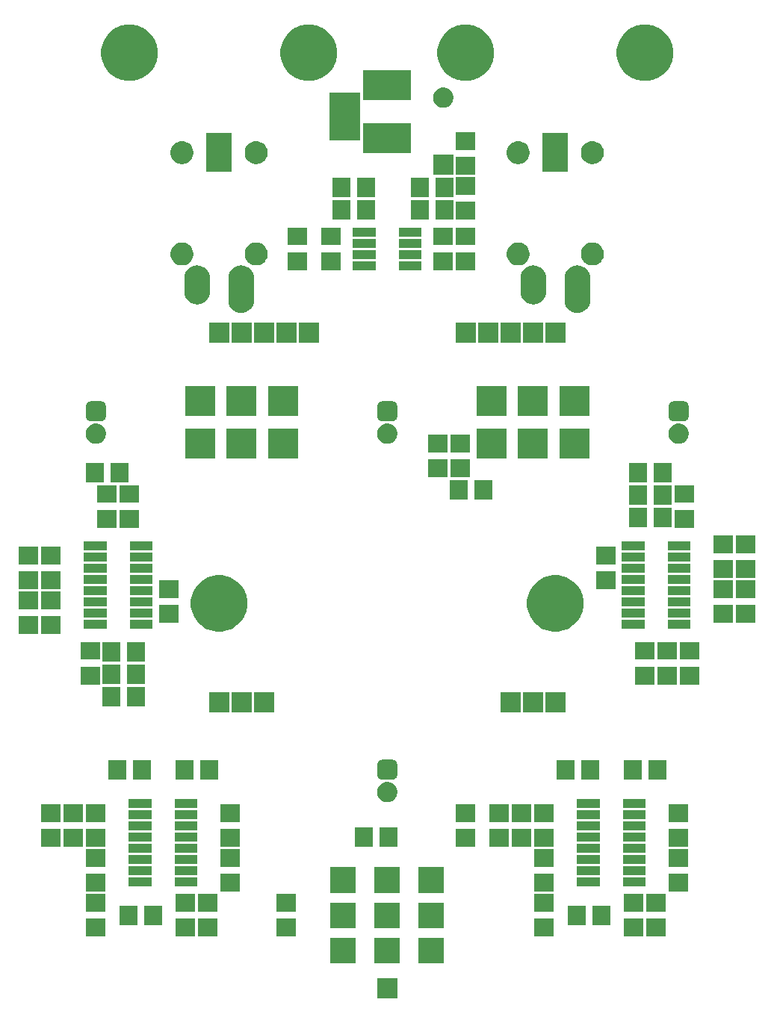
<source format=gbr>
G04 #@! TF.GenerationSoftware,KiCad,Pcbnew,5.1.6-c6e7f7d~87~ubuntu19.10.1*
G04 #@! TF.CreationDate,2021-08-21T16:07:25+06:00*
G04 #@! TF.ProjectId,salty_phaser_r1a,73616c74-795f-4706-9861-7365725f7231,1A*
G04 #@! TF.SameCoordinates,Original*
G04 #@! TF.FileFunction,Soldermask,Top*
G04 #@! TF.FilePolarity,Negative*
%FSLAX46Y46*%
G04 Gerber Fmt 4.6, Leading zero omitted, Abs format (unit mm)*
G04 Created by KiCad (PCBNEW 5.1.6-c6e7f7d~87~ubuntu19.10.1) date 2021-08-21 16:07:25*
%MOMM*%
%LPD*%
G01*
G04 APERTURE LIST*
%ADD10C,0.100000*%
G04 APERTURE END LIST*
D10*
G36*
X106560000Y-203715000D02*
G01*
X104260000Y-203715000D01*
X104260000Y-201415000D01*
X106560000Y-201415000D01*
X106560000Y-203715000D01*
G37*
G36*
X111860000Y-199760000D02*
G01*
X108960000Y-199760000D01*
X108960000Y-196860000D01*
X111860000Y-196860000D01*
X111860000Y-199760000D01*
G37*
G36*
X106860000Y-199760000D02*
G01*
X103960000Y-199760000D01*
X103960000Y-196860000D01*
X106860000Y-196860000D01*
X106860000Y-199760000D01*
G37*
G36*
X101860000Y-199760000D02*
G01*
X98960000Y-199760000D01*
X98960000Y-196860000D01*
X101860000Y-196860000D01*
X101860000Y-199760000D01*
G37*
G36*
X95080000Y-196710000D02*
G01*
X92880000Y-196710000D01*
X92880000Y-194710000D01*
X95080000Y-194710000D01*
X95080000Y-196710000D01*
G37*
G36*
X136990000Y-196710000D02*
G01*
X134790000Y-196710000D01*
X134790000Y-194710000D01*
X136990000Y-194710000D01*
X136990000Y-196710000D01*
G37*
G36*
X134450000Y-196710000D02*
G01*
X132250000Y-196710000D01*
X132250000Y-194710000D01*
X134450000Y-194710000D01*
X134450000Y-196710000D01*
G37*
G36*
X83650000Y-196710000D02*
G01*
X81450000Y-196710000D01*
X81450000Y-194710000D01*
X83650000Y-194710000D01*
X83650000Y-196710000D01*
G37*
G36*
X86190000Y-196710000D02*
G01*
X83990000Y-196710000D01*
X83990000Y-194710000D01*
X86190000Y-194710000D01*
X86190000Y-196710000D01*
G37*
G36*
X73490000Y-196710000D02*
G01*
X71290000Y-196710000D01*
X71290000Y-194710000D01*
X73490000Y-194710000D01*
X73490000Y-196710000D01*
G37*
G36*
X124290000Y-196710000D02*
G01*
X122090000Y-196710000D01*
X122090000Y-194710000D01*
X124290000Y-194710000D01*
X124290000Y-196710000D01*
G37*
G36*
X111860000Y-195760000D02*
G01*
X108960000Y-195760000D01*
X108960000Y-192860000D01*
X111860000Y-192860000D01*
X111860000Y-195760000D01*
G37*
G36*
X106860000Y-195760000D02*
G01*
X103960000Y-195760000D01*
X103960000Y-192860000D01*
X106860000Y-192860000D01*
X106860000Y-195760000D01*
G37*
G36*
X101860000Y-195760000D02*
G01*
X98960000Y-195760000D01*
X98960000Y-192860000D01*
X101860000Y-192860000D01*
X101860000Y-195760000D01*
G37*
G36*
X130670000Y-195410000D02*
G01*
X128670000Y-195410000D01*
X128670000Y-193210000D01*
X130670000Y-193210000D01*
X130670000Y-195410000D01*
G37*
G36*
X127870000Y-195410000D02*
G01*
X125870000Y-195410000D01*
X125870000Y-193210000D01*
X127870000Y-193210000D01*
X127870000Y-195410000D01*
G37*
G36*
X77070000Y-195410000D02*
G01*
X75070000Y-195410000D01*
X75070000Y-193210000D01*
X77070000Y-193210000D01*
X77070000Y-195410000D01*
G37*
G36*
X79870000Y-195410000D02*
G01*
X77870000Y-195410000D01*
X77870000Y-193210000D01*
X79870000Y-193210000D01*
X79870000Y-195410000D01*
G37*
G36*
X83650000Y-193910000D02*
G01*
X81450000Y-193910000D01*
X81450000Y-191910000D01*
X83650000Y-191910000D01*
X83650000Y-193910000D01*
G37*
G36*
X86190000Y-193910000D02*
G01*
X83990000Y-193910000D01*
X83990000Y-191910000D01*
X86190000Y-191910000D01*
X86190000Y-193910000D01*
G37*
G36*
X124290000Y-193910000D02*
G01*
X122090000Y-193910000D01*
X122090000Y-191910000D01*
X124290000Y-191910000D01*
X124290000Y-193910000D01*
G37*
G36*
X73490000Y-193910000D02*
G01*
X71290000Y-193910000D01*
X71290000Y-191910000D01*
X73490000Y-191910000D01*
X73490000Y-193910000D01*
G37*
G36*
X134450000Y-193910000D02*
G01*
X132250000Y-193910000D01*
X132250000Y-191910000D01*
X134450000Y-191910000D01*
X134450000Y-193910000D01*
G37*
G36*
X136990000Y-193910000D02*
G01*
X134790000Y-193910000D01*
X134790000Y-191910000D01*
X136990000Y-191910000D01*
X136990000Y-193910000D01*
G37*
G36*
X95080000Y-193910000D02*
G01*
X92880000Y-193910000D01*
X92880000Y-191910000D01*
X95080000Y-191910000D01*
X95080000Y-193910000D01*
G37*
G36*
X101860000Y-191760000D02*
G01*
X98960000Y-191760000D01*
X98960000Y-188860000D01*
X101860000Y-188860000D01*
X101860000Y-191760000D01*
G37*
G36*
X106860000Y-191760000D02*
G01*
X103960000Y-191760000D01*
X103960000Y-188860000D01*
X106860000Y-188860000D01*
X106860000Y-191760000D01*
G37*
G36*
X111860000Y-191760000D02*
G01*
X108960000Y-191760000D01*
X108960000Y-188860000D01*
X111860000Y-188860000D01*
X111860000Y-191760000D01*
G37*
G36*
X88730000Y-191630000D02*
G01*
X86530000Y-191630000D01*
X86530000Y-189630000D01*
X88730000Y-189630000D01*
X88730000Y-191630000D01*
G37*
G36*
X73490000Y-191630000D02*
G01*
X71290000Y-191630000D01*
X71290000Y-189630000D01*
X73490000Y-189630000D01*
X73490000Y-191630000D01*
G37*
G36*
X124290000Y-191630000D02*
G01*
X122090000Y-191630000D01*
X122090000Y-189630000D01*
X124290000Y-189630000D01*
X124290000Y-191630000D01*
G37*
G36*
X139530000Y-191630000D02*
G01*
X137330000Y-191630000D01*
X137330000Y-189630000D01*
X139530000Y-189630000D01*
X139530000Y-191630000D01*
G37*
G36*
X134710000Y-191000000D02*
G01*
X132110000Y-191000000D01*
X132110000Y-190000000D01*
X134710000Y-190000000D01*
X134710000Y-191000000D01*
G37*
G36*
X129510000Y-191000000D02*
G01*
X126910000Y-191000000D01*
X126910000Y-190000000D01*
X129510000Y-190000000D01*
X129510000Y-191000000D01*
G37*
G36*
X83910000Y-191000000D02*
G01*
X81310000Y-191000000D01*
X81310000Y-190000000D01*
X83910000Y-190000000D01*
X83910000Y-191000000D01*
G37*
G36*
X78710000Y-191000000D02*
G01*
X76110000Y-191000000D01*
X76110000Y-190000000D01*
X78710000Y-190000000D01*
X78710000Y-191000000D01*
G37*
G36*
X129510000Y-189730000D02*
G01*
X126910000Y-189730000D01*
X126910000Y-188730000D01*
X129510000Y-188730000D01*
X129510000Y-189730000D01*
G37*
G36*
X134710000Y-189730000D02*
G01*
X132110000Y-189730000D01*
X132110000Y-188730000D01*
X134710000Y-188730000D01*
X134710000Y-189730000D01*
G37*
G36*
X83910000Y-189730000D02*
G01*
X81310000Y-189730000D01*
X81310000Y-188730000D01*
X83910000Y-188730000D01*
X83910000Y-189730000D01*
G37*
G36*
X78710000Y-189730000D02*
G01*
X76110000Y-189730000D01*
X76110000Y-188730000D01*
X78710000Y-188730000D01*
X78710000Y-189730000D01*
G37*
G36*
X139530000Y-188830000D02*
G01*
X137330000Y-188830000D01*
X137330000Y-186830000D01*
X139530000Y-186830000D01*
X139530000Y-188830000D01*
G37*
G36*
X88730000Y-188830000D02*
G01*
X86530000Y-188830000D01*
X86530000Y-186830000D01*
X88730000Y-186830000D01*
X88730000Y-188830000D01*
G37*
G36*
X124290000Y-188830000D02*
G01*
X122090000Y-188830000D01*
X122090000Y-186830000D01*
X124290000Y-186830000D01*
X124290000Y-188830000D01*
G37*
G36*
X73490000Y-188830000D02*
G01*
X71290000Y-188830000D01*
X71290000Y-186830000D01*
X73490000Y-186830000D01*
X73490000Y-188830000D01*
G37*
G36*
X129510000Y-188460000D02*
G01*
X126910000Y-188460000D01*
X126910000Y-187460000D01*
X129510000Y-187460000D01*
X129510000Y-188460000D01*
G37*
G36*
X78710000Y-188460000D02*
G01*
X76110000Y-188460000D01*
X76110000Y-187460000D01*
X78710000Y-187460000D01*
X78710000Y-188460000D01*
G37*
G36*
X83910000Y-188460000D02*
G01*
X81310000Y-188460000D01*
X81310000Y-187460000D01*
X83910000Y-187460000D01*
X83910000Y-188460000D01*
G37*
G36*
X134710000Y-188460000D02*
G01*
X132110000Y-188460000D01*
X132110000Y-187460000D01*
X134710000Y-187460000D01*
X134710000Y-188460000D01*
G37*
G36*
X83910000Y-187190000D02*
G01*
X81310000Y-187190000D01*
X81310000Y-186190000D01*
X83910000Y-186190000D01*
X83910000Y-187190000D01*
G37*
G36*
X78710000Y-187190000D02*
G01*
X76110000Y-187190000D01*
X76110000Y-186190000D01*
X78710000Y-186190000D01*
X78710000Y-187190000D01*
G37*
G36*
X134710000Y-187190000D02*
G01*
X132110000Y-187190000D01*
X132110000Y-186190000D01*
X134710000Y-186190000D01*
X134710000Y-187190000D01*
G37*
G36*
X129510000Y-187190000D02*
G01*
X126910000Y-187190000D01*
X126910000Y-186190000D01*
X129510000Y-186190000D01*
X129510000Y-187190000D01*
G37*
G36*
X88730000Y-186550000D02*
G01*
X86530000Y-186550000D01*
X86530000Y-184550000D01*
X88730000Y-184550000D01*
X88730000Y-186550000D01*
G37*
G36*
X73490000Y-186550000D02*
G01*
X71290000Y-186550000D01*
X71290000Y-184550000D01*
X73490000Y-184550000D01*
X73490000Y-186550000D01*
G37*
G36*
X115400000Y-186550000D02*
G01*
X113200000Y-186550000D01*
X113200000Y-184550000D01*
X115400000Y-184550000D01*
X115400000Y-186550000D01*
G37*
G36*
X119210000Y-186550000D02*
G01*
X117010000Y-186550000D01*
X117010000Y-184550000D01*
X119210000Y-184550000D01*
X119210000Y-186550000D01*
G37*
G36*
X70950000Y-186550000D02*
G01*
X68750000Y-186550000D01*
X68750000Y-184550000D01*
X70950000Y-184550000D01*
X70950000Y-186550000D01*
G37*
G36*
X121750000Y-186550000D02*
G01*
X119550000Y-186550000D01*
X119550000Y-184550000D01*
X121750000Y-184550000D01*
X121750000Y-186550000D01*
G37*
G36*
X68410000Y-186550000D02*
G01*
X66210000Y-186550000D01*
X66210000Y-184550000D01*
X68410000Y-184550000D01*
X68410000Y-186550000D01*
G37*
G36*
X124290000Y-186550000D02*
G01*
X122090000Y-186550000D01*
X122090000Y-184550000D01*
X124290000Y-184550000D01*
X124290000Y-186550000D01*
G37*
G36*
X139530000Y-186550000D02*
G01*
X137330000Y-186550000D01*
X137330000Y-184550000D01*
X139530000Y-184550000D01*
X139530000Y-186550000D01*
G37*
G36*
X106540000Y-186520000D02*
G01*
X104540000Y-186520000D01*
X104540000Y-184320000D01*
X106540000Y-184320000D01*
X106540000Y-186520000D01*
G37*
G36*
X103740000Y-186520000D02*
G01*
X101740000Y-186520000D01*
X101740000Y-184320000D01*
X103740000Y-184320000D01*
X103740000Y-186520000D01*
G37*
G36*
X134710000Y-185920000D02*
G01*
X132110000Y-185920000D01*
X132110000Y-184920000D01*
X134710000Y-184920000D01*
X134710000Y-185920000D01*
G37*
G36*
X129510000Y-185920000D02*
G01*
X126910000Y-185920000D01*
X126910000Y-184920000D01*
X129510000Y-184920000D01*
X129510000Y-185920000D01*
G37*
G36*
X83910000Y-185920000D02*
G01*
X81310000Y-185920000D01*
X81310000Y-184920000D01*
X83910000Y-184920000D01*
X83910000Y-185920000D01*
G37*
G36*
X78710000Y-185920000D02*
G01*
X76110000Y-185920000D01*
X76110000Y-184920000D01*
X78710000Y-184920000D01*
X78710000Y-185920000D01*
G37*
G36*
X83910000Y-184650000D02*
G01*
X81310000Y-184650000D01*
X81310000Y-183650000D01*
X83910000Y-183650000D01*
X83910000Y-184650000D01*
G37*
G36*
X129510000Y-184650000D02*
G01*
X126910000Y-184650000D01*
X126910000Y-183650000D01*
X129510000Y-183650000D01*
X129510000Y-184650000D01*
G37*
G36*
X134710000Y-184650000D02*
G01*
X132110000Y-184650000D01*
X132110000Y-183650000D01*
X134710000Y-183650000D01*
X134710000Y-184650000D01*
G37*
G36*
X78710000Y-184650000D02*
G01*
X76110000Y-184650000D01*
X76110000Y-183650000D01*
X78710000Y-183650000D01*
X78710000Y-184650000D01*
G37*
G36*
X139530000Y-183750000D02*
G01*
X137330000Y-183750000D01*
X137330000Y-181750000D01*
X139530000Y-181750000D01*
X139530000Y-183750000D01*
G37*
G36*
X119210000Y-183750000D02*
G01*
X117010000Y-183750000D01*
X117010000Y-181750000D01*
X119210000Y-181750000D01*
X119210000Y-183750000D01*
G37*
G36*
X68410000Y-183750000D02*
G01*
X66210000Y-183750000D01*
X66210000Y-181750000D01*
X68410000Y-181750000D01*
X68410000Y-183750000D01*
G37*
G36*
X73490000Y-183750000D02*
G01*
X71290000Y-183750000D01*
X71290000Y-181750000D01*
X73490000Y-181750000D01*
X73490000Y-183750000D01*
G37*
G36*
X121750000Y-183750000D02*
G01*
X119550000Y-183750000D01*
X119550000Y-181750000D01*
X121750000Y-181750000D01*
X121750000Y-183750000D01*
G37*
G36*
X115400000Y-183750000D02*
G01*
X113200000Y-183750000D01*
X113200000Y-181750000D01*
X115400000Y-181750000D01*
X115400000Y-183750000D01*
G37*
G36*
X88730000Y-183750000D02*
G01*
X86530000Y-183750000D01*
X86530000Y-181750000D01*
X88730000Y-181750000D01*
X88730000Y-183750000D01*
G37*
G36*
X70950000Y-183750000D02*
G01*
X68750000Y-183750000D01*
X68750000Y-181750000D01*
X70950000Y-181750000D01*
X70950000Y-183750000D01*
G37*
G36*
X124290000Y-183750000D02*
G01*
X122090000Y-183750000D01*
X122090000Y-181750000D01*
X124290000Y-181750000D01*
X124290000Y-183750000D01*
G37*
G36*
X78710000Y-183380000D02*
G01*
X76110000Y-183380000D01*
X76110000Y-182380000D01*
X78710000Y-182380000D01*
X78710000Y-183380000D01*
G37*
G36*
X83910000Y-183380000D02*
G01*
X81310000Y-183380000D01*
X81310000Y-182380000D01*
X83910000Y-182380000D01*
X83910000Y-183380000D01*
G37*
G36*
X134710000Y-183380000D02*
G01*
X132110000Y-183380000D01*
X132110000Y-182380000D01*
X134710000Y-182380000D01*
X134710000Y-183380000D01*
G37*
G36*
X129510000Y-183380000D02*
G01*
X126910000Y-183380000D01*
X126910000Y-182380000D01*
X129510000Y-182380000D01*
X129510000Y-183380000D01*
G37*
G36*
X83910000Y-182110000D02*
G01*
X81310000Y-182110000D01*
X81310000Y-181110000D01*
X83910000Y-181110000D01*
X83910000Y-182110000D01*
G37*
G36*
X78710000Y-182110000D02*
G01*
X76110000Y-182110000D01*
X76110000Y-181110000D01*
X78710000Y-181110000D01*
X78710000Y-182110000D01*
G37*
G36*
X129510000Y-182110000D02*
G01*
X126910000Y-182110000D01*
X126910000Y-181110000D01*
X129510000Y-181110000D01*
X129510000Y-182110000D01*
G37*
G36*
X134710000Y-182110000D02*
G01*
X132110000Y-182110000D01*
X132110000Y-181110000D01*
X134710000Y-181110000D01*
X134710000Y-182110000D01*
G37*
G36*
X105634354Y-179212097D02*
G01*
X105745443Y-179234194D01*
X105868039Y-179284976D01*
X105954728Y-179320883D01*
X106143081Y-179446736D01*
X106303264Y-179606919D01*
X106429117Y-179795272D01*
X106465024Y-179881961D01*
X106515806Y-180004557D01*
X106560000Y-180226735D01*
X106560000Y-180453265D01*
X106515806Y-180675443D01*
X106465024Y-180798039D01*
X106429117Y-180884728D01*
X106303264Y-181073081D01*
X106143081Y-181233264D01*
X105954728Y-181359117D01*
X105868039Y-181395024D01*
X105745443Y-181445806D01*
X105634354Y-181467903D01*
X105523267Y-181490000D01*
X105296733Y-181490000D01*
X105185646Y-181467903D01*
X105074557Y-181445806D01*
X104951961Y-181395024D01*
X104865272Y-181359117D01*
X104676919Y-181233264D01*
X104516736Y-181073081D01*
X104390883Y-180884728D01*
X104354976Y-180798039D01*
X104304194Y-180675443D01*
X104260000Y-180453265D01*
X104260000Y-180226735D01*
X104304194Y-180004557D01*
X104354976Y-179881961D01*
X104390883Y-179795272D01*
X104516736Y-179606919D01*
X104676919Y-179446736D01*
X104865272Y-179320883D01*
X104951961Y-179284976D01*
X105074557Y-179234194D01*
X105185646Y-179212097D01*
X105296733Y-179190000D01*
X105523267Y-179190000D01*
X105634354Y-179212097D01*
G37*
G36*
X106020663Y-176663111D02*
G01*
X106146307Y-176701225D01*
X106262096Y-176763115D01*
X106363590Y-176846410D01*
X106446885Y-176947904D01*
X106508775Y-177063693D01*
X106546889Y-177189337D01*
X106560000Y-177322454D01*
X106560000Y-178277546D01*
X106546889Y-178410663D01*
X106508775Y-178536307D01*
X106446885Y-178652096D01*
X106363590Y-178753590D01*
X106262096Y-178836885D01*
X106146307Y-178898775D01*
X106020663Y-178936889D01*
X105887546Y-178950000D01*
X104932454Y-178950000D01*
X104799337Y-178936889D01*
X104673693Y-178898775D01*
X104557904Y-178836885D01*
X104456410Y-178753590D01*
X104373115Y-178652096D01*
X104311225Y-178536307D01*
X104273111Y-178410663D01*
X104260000Y-178277546D01*
X104260000Y-177322454D01*
X104273111Y-177189337D01*
X104311225Y-177063693D01*
X104373115Y-176947904D01*
X104456410Y-176846410D01*
X104557904Y-176763115D01*
X104673693Y-176701225D01*
X104799337Y-176663111D01*
X104932454Y-176650000D01*
X105887546Y-176650000D01*
X106020663Y-176663111D01*
G37*
G36*
X86220000Y-178900000D02*
G01*
X84220000Y-178900000D01*
X84220000Y-176700000D01*
X86220000Y-176700000D01*
X86220000Y-178900000D01*
G37*
G36*
X75800000Y-178900000D02*
G01*
X73800000Y-178900000D01*
X73800000Y-176700000D01*
X75800000Y-176700000D01*
X75800000Y-178900000D01*
G37*
G36*
X137020000Y-178900000D02*
G01*
X135020000Y-178900000D01*
X135020000Y-176700000D01*
X137020000Y-176700000D01*
X137020000Y-178900000D01*
G37*
G36*
X134220000Y-178900000D02*
G01*
X132220000Y-178900000D01*
X132220000Y-176700000D01*
X134220000Y-176700000D01*
X134220000Y-178900000D01*
G37*
G36*
X78600000Y-178900000D02*
G01*
X76600000Y-178900000D01*
X76600000Y-176700000D01*
X78600000Y-176700000D01*
X78600000Y-178900000D01*
G37*
G36*
X126600000Y-178900000D02*
G01*
X124600000Y-178900000D01*
X124600000Y-176700000D01*
X126600000Y-176700000D01*
X126600000Y-178900000D01*
G37*
G36*
X129400000Y-178900000D02*
G01*
X127400000Y-178900000D01*
X127400000Y-176700000D01*
X129400000Y-176700000D01*
X129400000Y-178900000D01*
G37*
G36*
X83420000Y-178900000D02*
G01*
X81420000Y-178900000D01*
X81420000Y-176700000D01*
X83420000Y-176700000D01*
X83420000Y-178900000D01*
G37*
G36*
X120530000Y-171330000D02*
G01*
X118230000Y-171330000D01*
X118230000Y-169030000D01*
X120530000Y-169030000D01*
X120530000Y-171330000D01*
G37*
G36*
X123070000Y-171330000D02*
G01*
X120770000Y-171330000D01*
X120770000Y-169030000D01*
X123070000Y-169030000D01*
X123070000Y-171330000D01*
G37*
G36*
X125610000Y-171330000D02*
G01*
X123310000Y-171330000D01*
X123310000Y-169030000D01*
X125610000Y-169030000D01*
X125610000Y-171330000D01*
G37*
G36*
X92590000Y-171330000D02*
G01*
X90290000Y-171330000D01*
X90290000Y-169030000D01*
X92590000Y-169030000D01*
X92590000Y-171330000D01*
G37*
G36*
X90050000Y-171330000D02*
G01*
X87750000Y-171330000D01*
X87750000Y-169030000D01*
X90050000Y-169030000D01*
X90050000Y-171330000D01*
G37*
G36*
X87510000Y-171330000D02*
G01*
X85210000Y-171330000D01*
X85210000Y-169030000D01*
X87510000Y-169030000D01*
X87510000Y-171330000D01*
G37*
G36*
X75165000Y-170645000D02*
G01*
X73165000Y-170645000D01*
X73165000Y-168445000D01*
X75165000Y-168445000D01*
X75165000Y-170645000D01*
G37*
G36*
X77965000Y-170645000D02*
G01*
X75965000Y-170645000D01*
X75965000Y-168445000D01*
X77965000Y-168445000D01*
X77965000Y-170645000D01*
G37*
G36*
X140800000Y-168135000D02*
G01*
X138600000Y-168135000D01*
X138600000Y-166135000D01*
X140800000Y-166135000D01*
X140800000Y-168135000D01*
G37*
G36*
X72855000Y-168135000D02*
G01*
X70655000Y-168135000D01*
X70655000Y-166135000D01*
X72855000Y-166135000D01*
X72855000Y-168135000D01*
G37*
G36*
X135720000Y-168135000D02*
G01*
X133520000Y-168135000D01*
X133520000Y-166135000D01*
X135720000Y-166135000D01*
X135720000Y-168135000D01*
G37*
G36*
X138260000Y-168135000D02*
G01*
X136060000Y-168135000D01*
X136060000Y-166135000D01*
X138260000Y-166135000D01*
X138260000Y-168135000D01*
G37*
G36*
X75165000Y-168105000D02*
G01*
X73165000Y-168105000D01*
X73165000Y-165905000D01*
X75165000Y-165905000D01*
X75165000Y-168105000D01*
G37*
G36*
X77965000Y-168105000D02*
G01*
X75965000Y-168105000D01*
X75965000Y-165905000D01*
X77965000Y-165905000D01*
X77965000Y-168105000D01*
G37*
G36*
X77965000Y-165565000D02*
G01*
X75965000Y-165565000D01*
X75965000Y-163365000D01*
X77965000Y-163365000D01*
X77965000Y-165565000D01*
G37*
G36*
X75165000Y-165565000D02*
G01*
X73165000Y-165565000D01*
X73165000Y-163365000D01*
X75165000Y-163365000D01*
X75165000Y-165565000D01*
G37*
G36*
X135720000Y-165335000D02*
G01*
X133520000Y-165335000D01*
X133520000Y-163335000D01*
X135720000Y-163335000D01*
X135720000Y-165335000D01*
G37*
G36*
X72855000Y-165335000D02*
G01*
X70655000Y-165335000D01*
X70655000Y-163335000D01*
X72855000Y-163335000D01*
X72855000Y-165335000D01*
G37*
G36*
X138260000Y-165335000D02*
G01*
X136060000Y-165335000D01*
X136060000Y-163335000D01*
X138260000Y-163335000D01*
X138260000Y-165335000D01*
G37*
G36*
X140800000Y-165335000D02*
G01*
X138600000Y-165335000D01*
X138600000Y-163335000D01*
X140800000Y-163335000D01*
X140800000Y-165335000D01*
G37*
G36*
X65870000Y-162420000D02*
G01*
X63670000Y-162420000D01*
X63670000Y-160420000D01*
X65870000Y-160420000D01*
X65870000Y-162420000D01*
G37*
G36*
X68410000Y-162420000D02*
G01*
X66210000Y-162420000D01*
X66210000Y-160420000D01*
X68410000Y-160420000D01*
X68410000Y-162420000D01*
G37*
G36*
X125393404Y-155872974D02*
G01*
X125734545Y-156014279D01*
X125975768Y-156114197D01*
X126499881Y-156464398D01*
X126945602Y-156910119D01*
X127295803Y-157434232D01*
X127295803Y-157434233D01*
X127537026Y-158016596D01*
X127660000Y-158634826D01*
X127660000Y-159265174D01*
X127537026Y-159883404D01*
X127395721Y-160224545D01*
X127295803Y-160465768D01*
X126945602Y-160989881D01*
X126499881Y-161435602D01*
X125975768Y-161785803D01*
X125734545Y-161885721D01*
X125393404Y-162027026D01*
X124775174Y-162150000D01*
X124144826Y-162150000D01*
X123526596Y-162027026D01*
X123185455Y-161885721D01*
X122944232Y-161785803D01*
X122420119Y-161435602D01*
X121974398Y-160989881D01*
X121624197Y-160465768D01*
X121524279Y-160224545D01*
X121382974Y-159883404D01*
X121260000Y-159265174D01*
X121260000Y-158634826D01*
X121382974Y-158016596D01*
X121624197Y-157434233D01*
X121624197Y-157434232D01*
X121974398Y-156910119D01*
X122420119Y-156464398D01*
X122944232Y-156114197D01*
X123185455Y-156014279D01*
X123526596Y-155872974D01*
X124144826Y-155750000D01*
X124775174Y-155750000D01*
X125393404Y-155872974D01*
G37*
G36*
X87293404Y-155872974D02*
G01*
X87634545Y-156014279D01*
X87875768Y-156114197D01*
X88399881Y-156464398D01*
X88845602Y-156910119D01*
X89195803Y-157434232D01*
X89195803Y-157434233D01*
X89437026Y-158016596D01*
X89560000Y-158634826D01*
X89560000Y-159265174D01*
X89437026Y-159883404D01*
X89295721Y-160224545D01*
X89195803Y-160465768D01*
X88845602Y-160989881D01*
X88399881Y-161435602D01*
X87875768Y-161785803D01*
X87634545Y-161885721D01*
X87293404Y-162027026D01*
X86675174Y-162150000D01*
X86044826Y-162150000D01*
X85426596Y-162027026D01*
X85085455Y-161885721D01*
X84844232Y-161785803D01*
X84320119Y-161435602D01*
X83874398Y-160989881D01*
X83524197Y-160465768D01*
X83424279Y-160224545D01*
X83282974Y-159883404D01*
X83160000Y-159265174D01*
X83160000Y-158634826D01*
X83282974Y-158016596D01*
X83524197Y-157434233D01*
X83524197Y-157434232D01*
X83874398Y-156910119D01*
X84320119Y-156464398D01*
X84844232Y-156114197D01*
X85085455Y-156014279D01*
X85426596Y-155872974D01*
X86044826Y-155750000D01*
X86675174Y-155750000D01*
X87293404Y-155872974D01*
G37*
G36*
X134590000Y-161790000D02*
G01*
X131990000Y-161790000D01*
X131990000Y-160790000D01*
X134590000Y-160790000D01*
X134590000Y-161790000D01*
G37*
G36*
X78830000Y-161790000D02*
G01*
X76230000Y-161790000D01*
X76230000Y-160790000D01*
X78830000Y-160790000D01*
X78830000Y-161790000D01*
G37*
G36*
X139790000Y-161790000D02*
G01*
X137190000Y-161790000D01*
X137190000Y-160790000D01*
X139790000Y-160790000D01*
X139790000Y-161790000D01*
G37*
G36*
X73630000Y-161790000D02*
G01*
X71030000Y-161790000D01*
X71030000Y-160790000D01*
X73630000Y-160790000D01*
X73630000Y-161790000D01*
G37*
G36*
X81745000Y-161150000D02*
G01*
X79545000Y-161150000D01*
X79545000Y-159150000D01*
X81745000Y-159150000D01*
X81745000Y-161150000D01*
G37*
G36*
X147150000Y-161150000D02*
G01*
X144950000Y-161150000D01*
X144950000Y-159150000D01*
X147150000Y-159150000D01*
X147150000Y-161150000D01*
G37*
G36*
X144610000Y-161150000D02*
G01*
X142410000Y-161150000D01*
X142410000Y-159150000D01*
X144610000Y-159150000D01*
X144610000Y-161150000D01*
G37*
G36*
X134590000Y-160520000D02*
G01*
X131990000Y-160520000D01*
X131990000Y-159520000D01*
X134590000Y-159520000D01*
X134590000Y-160520000D01*
G37*
G36*
X139790000Y-160520000D02*
G01*
X137190000Y-160520000D01*
X137190000Y-159520000D01*
X139790000Y-159520000D01*
X139790000Y-160520000D01*
G37*
G36*
X78830000Y-160520000D02*
G01*
X76230000Y-160520000D01*
X76230000Y-159520000D01*
X78830000Y-159520000D01*
X78830000Y-160520000D01*
G37*
G36*
X73630000Y-160520000D02*
G01*
X71030000Y-160520000D01*
X71030000Y-159520000D01*
X73630000Y-159520000D01*
X73630000Y-160520000D01*
G37*
G36*
X65870000Y-159620000D02*
G01*
X63670000Y-159620000D01*
X63670000Y-157620000D01*
X65870000Y-157620000D01*
X65870000Y-159620000D01*
G37*
G36*
X68410000Y-159620000D02*
G01*
X66210000Y-159620000D01*
X66210000Y-157620000D01*
X68410000Y-157620000D01*
X68410000Y-159620000D01*
G37*
G36*
X73630000Y-159250000D02*
G01*
X71030000Y-159250000D01*
X71030000Y-158250000D01*
X73630000Y-158250000D01*
X73630000Y-159250000D01*
G37*
G36*
X139790000Y-159250000D02*
G01*
X137190000Y-159250000D01*
X137190000Y-158250000D01*
X139790000Y-158250000D01*
X139790000Y-159250000D01*
G37*
G36*
X134590000Y-159250000D02*
G01*
X131990000Y-159250000D01*
X131990000Y-158250000D01*
X134590000Y-158250000D01*
X134590000Y-159250000D01*
G37*
G36*
X78830000Y-159250000D02*
G01*
X76230000Y-159250000D01*
X76230000Y-158250000D01*
X78830000Y-158250000D01*
X78830000Y-159250000D01*
G37*
G36*
X81745000Y-158350000D02*
G01*
X79545000Y-158350000D01*
X79545000Y-156350000D01*
X81745000Y-156350000D01*
X81745000Y-158350000D01*
G37*
G36*
X147150000Y-158350000D02*
G01*
X144950000Y-158350000D01*
X144950000Y-156350000D01*
X147150000Y-156350000D01*
X147150000Y-158350000D01*
G37*
G36*
X144610000Y-158350000D02*
G01*
X142410000Y-158350000D01*
X142410000Y-156350000D01*
X144610000Y-156350000D01*
X144610000Y-158350000D01*
G37*
G36*
X134590000Y-157980000D02*
G01*
X131990000Y-157980000D01*
X131990000Y-156980000D01*
X134590000Y-156980000D01*
X134590000Y-157980000D01*
G37*
G36*
X78830000Y-157980000D02*
G01*
X76230000Y-157980000D01*
X76230000Y-156980000D01*
X78830000Y-156980000D01*
X78830000Y-157980000D01*
G37*
G36*
X139790000Y-157980000D02*
G01*
X137190000Y-157980000D01*
X137190000Y-156980000D01*
X139790000Y-156980000D01*
X139790000Y-157980000D01*
G37*
G36*
X73630000Y-157980000D02*
G01*
X71030000Y-157980000D01*
X71030000Y-156980000D01*
X73630000Y-156980000D01*
X73630000Y-157980000D01*
G37*
G36*
X65870000Y-157340000D02*
G01*
X63670000Y-157340000D01*
X63670000Y-155340000D01*
X65870000Y-155340000D01*
X65870000Y-157340000D01*
G37*
G36*
X68410000Y-157340000D02*
G01*
X66210000Y-157340000D01*
X66210000Y-155340000D01*
X68410000Y-155340000D01*
X68410000Y-157340000D01*
G37*
G36*
X131275000Y-157340000D02*
G01*
X129075000Y-157340000D01*
X129075000Y-155340000D01*
X131275000Y-155340000D01*
X131275000Y-157340000D01*
G37*
G36*
X134590000Y-156710000D02*
G01*
X131990000Y-156710000D01*
X131990000Y-155710000D01*
X134590000Y-155710000D01*
X134590000Y-156710000D01*
G37*
G36*
X139790000Y-156710000D02*
G01*
X137190000Y-156710000D01*
X137190000Y-155710000D01*
X139790000Y-155710000D01*
X139790000Y-156710000D01*
G37*
G36*
X73630000Y-156710000D02*
G01*
X71030000Y-156710000D01*
X71030000Y-155710000D01*
X73630000Y-155710000D01*
X73630000Y-156710000D01*
G37*
G36*
X78830000Y-156710000D02*
G01*
X76230000Y-156710000D01*
X76230000Y-155710000D01*
X78830000Y-155710000D01*
X78830000Y-156710000D01*
G37*
G36*
X144610000Y-156070000D02*
G01*
X142410000Y-156070000D01*
X142410000Y-154070000D01*
X144610000Y-154070000D01*
X144610000Y-156070000D01*
G37*
G36*
X147150000Y-156070000D02*
G01*
X144950000Y-156070000D01*
X144950000Y-154070000D01*
X147150000Y-154070000D01*
X147150000Y-156070000D01*
G37*
G36*
X139790000Y-155440000D02*
G01*
X137190000Y-155440000D01*
X137190000Y-154440000D01*
X139790000Y-154440000D01*
X139790000Y-155440000D01*
G37*
G36*
X73630000Y-155440000D02*
G01*
X71030000Y-155440000D01*
X71030000Y-154440000D01*
X73630000Y-154440000D01*
X73630000Y-155440000D01*
G37*
G36*
X134590000Y-155440000D02*
G01*
X131990000Y-155440000D01*
X131990000Y-154440000D01*
X134590000Y-154440000D01*
X134590000Y-155440000D01*
G37*
G36*
X78830000Y-155440000D02*
G01*
X76230000Y-155440000D01*
X76230000Y-154440000D01*
X78830000Y-154440000D01*
X78830000Y-155440000D01*
G37*
G36*
X68410000Y-154540000D02*
G01*
X66210000Y-154540000D01*
X66210000Y-152540000D01*
X68410000Y-152540000D01*
X68410000Y-154540000D01*
G37*
G36*
X65870000Y-154540000D02*
G01*
X63670000Y-154540000D01*
X63670000Y-152540000D01*
X65870000Y-152540000D01*
X65870000Y-154540000D01*
G37*
G36*
X131275000Y-154540000D02*
G01*
X129075000Y-154540000D01*
X129075000Y-152540000D01*
X131275000Y-152540000D01*
X131275000Y-154540000D01*
G37*
G36*
X73630000Y-154170000D02*
G01*
X71030000Y-154170000D01*
X71030000Y-153170000D01*
X73630000Y-153170000D01*
X73630000Y-154170000D01*
G37*
G36*
X78830000Y-154170000D02*
G01*
X76230000Y-154170000D01*
X76230000Y-153170000D01*
X78830000Y-153170000D01*
X78830000Y-154170000D01*
G37*
G36*
X134590000Y-154170000D02*
G01*
X131990000Y-154170000D01*
X131990000Y-153170000D01*
X134590000Y-153170000D01*
X134590000Y-154170000D01*
G37*
G36*
X139790000Y-154170000D02*
G01*
X137190000Y-154170000D01*
X137190000Y-153170000D01*
X139790000Y-153170000D01*
X139790000Y-154170000D01*
G37*
G36*
X147150000Y-153270000D02*
G01*
X144950000Y-153270000D01*
X144950000Y-151270000D01*
X147150000Y-151270000D01*
X147150000Y-153270000D01*
G37*
G36*
X144610000Y-153270000D02*
G01*
X142410000Y-153270000D01*
X142410000Y-151270000D01*
X144610000Y-151270000D01*
X144610000Y-153270000D01*
G37*
G36*
X139790000Y-152900000D02*
G01*
X137190000Y-152900000D01*
X137190000Y-151900000D01*
X139790000Y-151900000D01*
X139790000Y-152900000D01*
G37*
G36*
X73630000Y-152900000D02*
G01*
X71030000Y-152900000D01*
X71030000Y-151900000D01*
X73630000Y-151900000D01*
X73630000Y-152900000D01*
G37*
G36*
X134590000Y-152900000D02*
G01*
X131990000Y-152900000D01*
X131990000Y-151900000D01*
X134590000Y-151900000D01*
X134590000Y-152900000D01*
G37*
G36*
X78830000Y-152900000D02*
G01*
X76230000Y-152900000D01*
X76230000Y-151900000D01*
X78830000Y-151900000D01*
X78830000Y-152900000D01*
G37*
G36*
X74760000Y-150355000D02*
G01*
X72560000Y-150355000D01*
X72560000Y-148355000D01*
X74760000Y-148355000D01*
X74760000Y-150355000D01*
G37*
G36*
X140165000Y-150355000D02*
G01*
X137965000Y-150355000D01*
X137965000Y-148355000D01*
X140165000Y-148355000D01*
X140165000Y-150355000D01*
G37*
G36*
X77300000Y-150355000D02*
G01*
X75100000Y-150355000D01*
X75100000Y-148355000D01*
X77300000Y-148355000D01*
X77300000Y-150355000D01*
G37*
G36*
X137655000Y-150325000D02*
G01*
X135655000Y-150325000D01*
X135655000Y-148125000D01*
X137655000Y-148125000D01*
X137655000Y-150325000D01*
G37*
G36*
X134855000Y-150325000D02*
G01*
X132855000Y-150325000D01*
X132855000Y-148125000D01*
X134855000Y-148125000D01*
X134855000Y-150325000D01*
G37*
G36*
X134855000Y-147785000D02*
G01*
X132855000Y-147785000D01*
X132855000Y-145585000D01*
X134855000Y-145585000D01*
X134855000Y-147785000D01*
G37*
G36*
X137655000Y-147785000D02*
G01*
X135655000Y-147785000D01*
X135655000Y-145585000D01*
X137655000Y-145585000D01*
X137655000Y-147785000D01*
G37*
G36*
X140165000Y-147555000D02*
G01*
X137965000Y-147555000D01*
X137965000Y-145555000D01*
X140165000Y-145555000D01*
X140165000Y-147555000D01*
G37*
G36*
X74760000Y-147555000D02*
G01*
X72560000Y-147555000D01*
X72560000Y-145555000D01*
X74760000Y-145555000D01*
X74760000Y-147555000D01*
G37*
G36*
X77300000Y-147555000D02*
G01*
X75100000Y-147555000D01*
X75100000Y-145555000D01*
X77300000Y-145555000D01*
X77300000Y-147555000D01*
G37*
G36*
X114535000Y-147150000D02*
G01*
X112535000Y-147150000D01*
X112535000Y-144950000D01*
X114535000Y-144950000D01*
X114535000Y-147150000D01*
G37*
G36*
X117335000Y-147150000D02*
G01*
X115335000Y-147150000D01*
X115335000Y-144950000D01*
X117335000Y-144950000D01*
X117335000Y-147150000D01*
G37*
G36*
X73260000Y-145245000D02*
G01*
X71260000Y-145245000D01*
X71260000Y-143045000D01*
X73260000Y-143045000D01*
X73260000Y-145245000D01*
G37*
G36*
X76060000Y-145245000D02*
G01*
X74060000Y-145245000D01*
X74060000Y-143045000D01*
X76060000Y-143045000D01*
X76060000Y-145245000D01*
G37*
G36*
X137655000Y-145245000D02*
G01*
X135655000Y-145245000D01*
X135655000Y-143045000D01*
X137655000Y-143045000D01*
X137655000Y-145245000D01*
G37*
G36*
X134855000Y-145245000D02*
G01*
X132855000Y-145245000D01*
X132855000Y-143045000D01*
X134855000Y-143045000D01*
X134855000Y-145245000D01*
G37*
G36*
X112225000Y-144640000D02*
G01*
X110025000Y-144640000D01*
X110025000Y-142640000D01*
X112225000Y-142640000D01*
X112225000Y-144640000D01*
G37*
G36*
X114765000Y-144640000D02*
G01*
X112565000Y-144640000D01*
X112565000Y-142640000D01*
X114765000Y-142640000D01*
X114765000Y-144640000D01*
G37*
G36*
X123620000Y-142530000D02*
G01*
X120220000Y-142530000D01*
X120220000Y-139130000D01*
X123620000Y-139130000D01*
X123620000Y-142530000D01*
G37*
G36*
X128320000Y-142530000D02*
G01*
X124920000Y-142530000D01*
X124920000Y-139130000D01*
X128320000Y-139130000D01*
X128320000Y-142530000D01*
G37*
G36*
X118920000Y-142530000D02*
G01*
X115520000Y-142530000D01*
X115520000Y-139130000D01*
X118920000Y-139130000D01*
X118920000Y-142530000D01*
G37*
G36*
X90600000Y-142530000D02*
G01*
X87200000Y-142530000D01*
X87200000Y-139130000D01*
X90600000Y-139130000D01*
X90600000Y-142530000D01*
G37*
G36*
X95300000Y-142530000D02*
G01*
X91900000Y-142530000D01*
X91900000Y-139130000D01*
X95300000Y-139130000D01*
X95300000Y-142530000D01*
G37*
G36*
X85900000Y-142530000D02*
G01*
X82500000Y-142530000D01*
X82500000Y-139130000D01*
X85900000Y-139130000D01*
X85900000Y-142530000D01*
G37*
G36*
X112225000Y-141840000D02*
G01*
X110025000Y-141840000D01*
X110025000Y-139840000D01*
X112225000Y-139840000D01*
X112225000Y-141840000D01*
G37*
G36*
X114765000Y-141840000D02*
G01*
X112565000Y-141840000D01*
X112565000Y-139840000D01*
X114765000Y-139840000D01*
X114765000Y-141840000D01*
G37*
G36*
X138654354Y-138572097D02*
G01*
X138765443Y-138594194D01*
X138888039Y-138644976D01*
X138974728Y-138680883D01*
X139163081Y-138806736D01*
X139323264Y-138966919D01*
X139449117Y-139155272D01*
X139485024Y-139241961D01*
X139535806Y-139364557D01*
X139580000Y-139586735D01*
X139580000Y-139813265D01*
X139535806Y-140035443D01*
X139485024Y-140158039D01*
X139449117Y-140244728D01*
X139323264Y-140433081D01*
X139163081Y-140593264D01*
X138974728Y-140719117D01*
X138888039Y-140755024D01*
X138765443Y-140805806D01*
X138654354Y-140827903D01*
X138543267Y-140850000D01*
X138316733Y-140850000D01*
X138205646Y-140827903D01*
X138094557Y-140805806D01*
X137971961Y-140755024D01*
X137885272Y-140719117D01*
X137696919Y-140593264D01*
X137536736Y-140433081D01*
X137410883Y-140244728D01*
X137374976Y-140158039D01*
X137324194Y-140035443D01*
X137280000Y-139813265D01*
X137280000Y-139586735D01*
X137324194Y-139364557D01*
X137374976Y-139241961D01*
X137410883Y-139155272D01*
X137536736Y-138966919D01*
X137696919Y-138806736D01*
X137885272Y-138680883D01*
X137971961Y-138644976D01*
X138094557Y-138594194D01*
X138205646Y-138572097D01*
X138316733Y-138550000D01*
X138543267Y-138550000D01*
X138654354Y-138572097D01*
G37*
G36*
X72614354Y-138572097D02*
G01*
X72725443Y-138594194D01*
X72848039Y-138644976D01*
X72934728Y-138680883D01*
X73123081Y-138806736D01*
X73283264Y-138966919D01*
X73409117Y-139155272D01*
X73445024Y-139241961D01*
X73495806Y-139364557D01*
X73540000Y-139586735D01*
X73540000Y-139813265D01*
X73495806Y-140035443D01*
X73445024Y-140158039D01*
X73409117Y-140244728D01*
X73283264Y-140433081D01*
X73123081Y-140593264D01*
X72934728Y-140719117D01*
X72848039Y-140755024D01*
X72725443Y-140805806D01*
X72614354Y-140827903D01*
X72503267Y-140850000D01*
X72276733Y-140850000D01*
X72165646Y-140827903D01*
X72054557Y-140805806D01*
X71931961Y-140755024D01*
X71845272Y-140719117D01*
X71656919Y-140593264D01*
X71496736Y-140433081D01*
X71370883Y-140244728D01*
X71334976Y-140158039D01*
X71284194Y-140035443D01*
X71240000Y-139813265D01*
X71240000Y-139586735D01*
X71284194Y-139364557D01*
X71334976Y-139241961D01*
X71370883Y-139155272D01*
X71496736Y-138966919D01*
X71656919Y-138806736D01*
X71845272Y-138680883D01*
X71931961Y-138644976D01*
X72054557Y-138594194D01*
X72165646Y-138572097D01*
X72276733Y-138550000D01*
X72503267Y-138550000D01*
X72614354Y-138572097D01*
G37*
G36*
X105634354Y-138572097D02*
G01*
X105745443Y-138594194D01*
X105868039Y-138644976D01*
X105954728Y-138680883D01*
X106143081Y-138806736D01*
X106303264Y-138966919D01*
X106429117Y-139155272D01*
X106465024Y-139241961D01*
X106515806Y-139364557D01*
X106560000Y-139586735D01*
X106560000Y-139813265D01*
X106515806Y-140035443D01*
X106465024Y-140158039D01*
X106429117Y-140244728D01*
X106303264Y-140433081D01*
X106143081Y-140593264D01*
X105954728Y-140719117D01*
X105868039Y-140755024D01*
X105745443Y-140805806D01*
X105634354Y-140827903D01*
X105523267Y-140850000D01*
X105296733Y-140850000D01*
X105185646Y-140827903D01*
X105074557Y-140805806D01*
X104951961Y-140755024D01*
X104865272Y-140719117D01*
X104676919Y-140593264D01*
X104516736Y-140433081D01*
X104390883Y-140244728D01*
X104354976Y-140158039D01*
X104304194Y-140035443D01*
X104260000Y-139813265D01*
X104260000Y-139586735D01*
X104304194Y-139364557D01*
X104354976Y-139241961D01*
X104390883Y-139155272D01*
X104516736Y-138966919D01*
X104676919Y-138806736D01*
X104865272Y-138680883D01*
X104951961Y-138644976D01*
X105074557Y-138594194D01*
X105185646Y-138572097D01*
X105296733Y-138550000D01*
X105523267Y-138550000D01*
X105634354Y-138572097D01*
G37*
G36*
X73000663Y-136023111D02*
G01*
X73126307Y-136061225D01*
X73242096Y-136123115D01*
X73343590Y-136206410D01*
X73426885Y-136307904D01*
X73488775Y-136423693D01*
X73526889Y-136549337D01*
X73540000Y-136682454D01*
X73540000Y-137637546D01*
X73526889Y-137770663D01*
X73488775Y-137896307D01*
X73426885Y-138012096D01*
X73343590Y-138113590D01*
X73242096Y-138196885D01*
X73126307Y-138258775D01*
X73000663Y-138296889D01*
X72867546Y-138310000D01*
X71912454Y-138310000D01*
X71779337Y-138296889D01*
X71653693Y-138258775D01*
X71537904Y-138196885D01*
X71436410Y-138113590D01*
X71353115Y-138012096D01*
X71291225Y-137896307D01*
X71253111Y-137770663D01*
X71240000Y-137637546D01*
X71240000Y-136682454D01*
X71253111Y-136549337D01*
X71291225Y-136423693D01*
X71353115Y-136307904D01*
X71436410Y-136206410D01*
X71537904Y-136123115D01*
X71653693Y-136061225D01*
X71779337Y-136023111D01*
X71912454Y-136010000D01*
X72867546Y-136010000D01*
X73000663Y-136023111D01*
G37*
G36*
X106020663Y-136023111D02*
G01*
X106146307Y-136061225D01*
X106262096Y-136123115D01*
X106363590Y-136206410D01*
X106446885Y-136307904D01*
X106508775Y-136423693D01*
X106546889Y-136549337D01*
X106560000Y-136682454D01*
X106560000Y-137637546D01*
X106546889Y-137770663D01*
X106508775Y-137896307D01*
X106446885Y-138012096D01*
X106363590Y-138113590D01*
X106262096Y-138196885D01*
X106146307Y-138258775D01*
X106020663Y-138296889D01*
X105887546Y-138310000D01*
X104932454Y-138310000D01*
X104799337Y-138296889D01*
X104673693Y-138258775D01*
X104557904Y-138196885D01*
X104456410Y-138113590D01*
X104373115Y-138012096D01*
X104311225Y-137896307D01*
X104273111Y-137770663D01*
X104260000Y-137637546D01*
X104260000Y-136682454D01*
X104273111Y-136549337D01*
X104311225Y-136423693D01*
X104373115Y-136307904D01*
X104456410Y-136206410D01*
X104557904Y-136123115D01*
X104673693Y-136061225D01*
X104799337Y-136023111D01*
X104932454Y-136010000D01*
X105887546Y-136010000D01*
X106020663Y-136023111D01*
G37*
G36*
X139040663Y-136023111D02*
G01*
X139166307Y-136061225D01*
X139282096Y-136123115D01*
X139383590Y-136206410D01*
X139466885Y-136307904D01*
X139528775Y-136423693D01*
X139566889Y-136549337D01*
X139580000Y-136682454D01*
X139580000Y-137637546D01*
X139566889Y-137770663D01*
X139528775Y-137896307D01*
X139466885Y-138012096D01*
X139383590Y-138113590D01*
X139282096Y-138196885D01*
X139166307Y-138258775D01*
X139040663Y-138296889D01*
X138907546Y-138310000D01*
X137952454Y-138310000D01*
X137819337Y-138296889D01*
X137693693Y-138258775D01*
X137577904Y-138196885D01*
X137476410Y-138113590D01*
X137393115Y-138012096D01*
X137331225Y-137896307D01*
X137293111Y-137770663D01*
X137280000Y-137637546D01*
X137280000Y-136682454D01*
X137293111Y-136549337D01*
X137331225Y-136423693D01*
X137393115Y-136307904D01*
X137476410Y-136206410D01*
X137577904Y-136123115D01*
X137693693Y-136061225D01*
X137819337Y-136023111D01*
X137952454Y-136010000D01*
X138907546Y-136010000D01*
X139040663Y-136023111D01*
G37*
G36*
X123620000Y-137730000D02*
G01*
X120220000Y-137730000D01*
X120220000Y-134330000D01*
X123620000Y-134330000D01*
X123620000Y-137730000D01*
G37*
G36*
X128320000Y-137730000D02*
G01*
X124920000Y-137730000D01*
X124920000Y-134330000D01*
X128320000Y-134330000D01*
X128320000Y-137730000D01*
G37*
G36*
X118920000Y-137730000D02*
G01*
X115520000Y-137730000D01*
X115520000Y-134330000D01*
X118920000Y-134330000D01*
X118920000Y-137730000D01*
G37*
G36*
X90600000Y-137730000D02*
G01*
X87200000Y-137730000D01*
X87200000Y-134330000D01*
X90600000Y-134330000D01*
X90600000Y-137730000D01*
G37*
G36*
X95300000Y-137730000D02*
G01*
X91900000Y-137730000D01*
X91900000Y-134330000D01*
X95300000Y-134330000D01*
X95300000Y-137730000D01*
G37*
G36*
X85900000Y-137730000D02*
G01*
X82500000Y-137730000D01*
X82500000Y-134330000D01*
X85900000Y-134330000D01*
X85900000Y-137730000D01*
G37*
G36*
X123070000Y-129420000D02*
G01*
X120770000Y-129420000D01*
X120770000Y-127120000D01*
X123070000Y-127120000D01*
X123070000Y-129420000D01*
G37*
G36*
X115450000Y-129420000D02*
G01*
X113150000Y-129420000D01*
X113150000Y-127120000D01*
X115450000Y-127120000D01*
X115450000Y-129420000D01*
G37*
G36*
X125610000Y-129420000D02*
G01*
X123310000Y-129420000D01*
X123310000Y-127120000D01*
X125610000Y-127120000D01*
X125610000Y-129420000D01*
G37*
G36*
X97670000Y-129420000D02*
G01*
X95370000Y-129420000D01*
X95370000Y-127120000D01*
X97670000Y-127120000D01*
X97670000Y-129420000D01*
G37*
G36*
X90050000Y-129420000D02*
G01*
X87750000Y-129420000D01*
X87750000Y-127120000D01*
X90050000Y-127120000D01*
X90050000Y-129420000D01*
G37*
G36*
X92590000Y-129420000D02*
G01*
X90290000Y-129420000D01*
X90290000Y-127120000D01*
X92590000Y-127120000D01*
X92590000Y-129420000D01*
G37*
G36*
X87510000Y-129420000D02*
G01*
X85210000Y-129420000D01*
X85210000Y-127120000D01*
X87510000Y-127120000D01*
X87510000Y-129420000D01*
G37*
G36*
X95130000Y-129420000D02*
G01*
X92830000Y-129420000D01*
X92830000Y-127120000D01*
X95130000Y-127120000D01*
X95130000Y-129420000D01*
G37*
G36*
X120530000Y-129420000D02*
G01*
X118230000Y-129420000D01*
X118230000Y-127120000D01*
X120530000Y-127120000D01*
X120530000Y-129420000D01*
G37*
G36*
X117990000Y-129420000D02*
G01*
X115690000Y-129420000D01*
X115690000Y-127120000D01*
X117990000Y-127120000D01*
X117990000Y-129420000D01*
G37*
G36*
X89144250Y-120650981D02*
G01*
X89280913Y-120692437D01*
X89417577Y-120733894D01*
X89669473Y-120868534D01*
X89890265Y-121049735D01*
X90071466Y-121270527D01*
X90206106Y-121522423D01*
X90289019Y-121795751D01*
X90310000Y-122008774D01*
X90310000Y-124651226D01*
X90289019Y-124864249D01*
X90206106Y-125137577D01*
X90071466Y-125389473D01*
X89890265Y-125610265D01*
X89669472Y-125791466D01*
X89417576Y-125926106D01*
X89280912Y-125967562D01*
X89144249Y-126009019D01*
X88860000Y-126037015D01*
X88575750Y-126009019D01*
X88439087Y-125967562D01*
X88302423Y-125926106D01*
X88050527Y-125791466D01*
X87829735Y-125610265D01*
X87648534Y-125389472D01*
X87513894Y-125137576D01*
X87449745Y-124926106D01*
X87430981Y-124864249D01*
X87410000Y-124651224D01*
X87410001Y-122008775D01*
X87430982Y-121795750D01*
X87513895Y-121522424D01*
X87513895Y-121522423D01*
X87648535Y-121270527D01*
X87829736Y-121049735D01*
X88050528Y-120868534D01*
X88302424Y-120733894D01*
X88439088Y-120692437D01*
X88575751Y-120650981D01*
X88860000Y-120622985D01*
X89144250Y-120650981D01*
G37*
G36*
X127244250Y-120650981D02*
G01*
X127380913Y-120692437D01*
X127517577Y-120733894D01*
X127769473Y-120868534D01*
X127990265Y-121049735D01*
X128171466Y-121270527D01*
X128306106Y-121522423D01*
X128389019Y-121795751D01*
X128410000Y-122008774D01*
X128410000Y-124651226D01*
X128389019Y-124864249D01*
X128306106Y-125137577D01*
X128171466Y-125389473D01*
X127990265Y-125610265D01*
X127769472Y-125791466D01*
X127517576Y-125926106D01*
X127380912Y-125967562D01*
X127244249Y-126009019D01*
X126960000Y-126037015D01*
X126675750Y-126009019D01*
X126539087Y-125967562D01*
X126402423Y-125926106D01*
X126150527Y-125791466D01*
X125929735Y-125610265D01*
X125748534Y-125389472D01*
X125613894Y-125137576D01*
X125549745Y-124926106D01*
X125530981Y-124864249D01*
X125510000Y-124651224D01*
X125510001Y-122008775D01*
X125530982Y-121795750D01*
X125613895Y-121522424D01*
X125613895Y-121522423D01*
X125748535Y-121270527D01*
X125929736Y-121049735D01*
X126150528Y-120868534D01*
X126402424Y-120733894D01*
X126539088Y-120692437D01*
X126675751Y-120650981D01*
X126960000Y-120622985D01*
X127244250Y-120650981D01*
G37*
G36*
X84144250Y-120650981D02*
G01*
X84280913Y-120692437D01*
X84417577Y-120733894D01*
X84669473Y-120868534D01*
X84890265Y-121049735D01*
X85071466Y-121270527D01*
X85206106Y-121522423D01*
X85289019Y-121795751D01*
X85310000Y-122008774D01*
X85310000Y-123651226D01*
X85289019Y-123864249D01*
X85206106Y-124137577D01*
X85071466Y-124389473D01*
X84890265Y-124610265D01*
X84669472Y-124791466D01*
X84417576Y-124926106D01*
X84280912Y-124967562D01*
X84144249Y-125009019D01*
X83860000Y-125037015D01*
X83575750Y-125009019D01*
X83439087Y-124967562D01*
X83302423Y-124926106D01*
X83050527Y-124791466D01*
X82829735Y-124610265D01*
X82648534Y-124389472D01*
X82513894Y-124137576D01*
X82472437Y-124000912D01*
X82430981Y-123864249D01*
X82410000Y-123651224D01*
X82410000Y-122008775D01*
X82430981Y-121795750D01*
X82513895Y-121522424D01*
X82513895Y-121522423D01*
X82648535Y-121270527D01*
X82829736Y-121049735D01*
X83050528Y-120868534D01*
X83302424Y-120733894D01*
X83439088Y-120692437D01*
X83575751Y-120650981D01*
X83860000Y-120622985D01*
X84144250Y-120650981D01*
G37*
G36*
X122244250Y-120650981D02*
G01*
X122380913Y-120692437D01*
X122517577Y-120733894D01*
X122769473Y-120868534D01*
X122990265Y-121049735D01*
X123171466Y-121270527D01*
X123306106Y-121522423D01*
X123389019Y-121795751D01*
X123410000Y-122008774D01*
X123410000Y-123651226D01*
X123389019Y-123864249D01*
X123306106Y-124137577D01*
X123171466Y-124389473D01*
X122990265Y-124610265D01*
X122769472Y-124791466D01*
X122517576Y-124926106D01*
X122380912Y-124967562D01*
X122244249Y-125009019D01*
X121960000Y-125037015D01*
X121675750Y-125009019D01*
X121539087Y-124967562D01*
X121402423Y-124926106D01*
X121150527Y-124791466D01*
X120929735Y-124610265D01*
X120748534Y-124389472D01*
X120613894Y-124137576D01*
X120572438Y-124000912D01*
X120530981Y-123864249D01*
X120510000Y-123651224D01*
X120510000Y-122008775D01*
X120530981Y-121795750D01*
X120613895Y-121522424D01*
X120613895Y-121522423D01*
X120748535Y-121270527D01*
X120929736Y-121049735D01*
X121150528Y-120868534D01*
X121402424Y-120733894D01*
X121539088Y-120692437D01*
X121675751Y-120650981D01*
X121960000Y-120622985D01*
X122244250Y-120650981D01*
G37*
G36*
X104110000Y-121150000D02*
G01*
X101510000Y-121150000D01*
X101510000Y-120150000D01*
X104110000Y-120150000D01*
X104110000Y-121150000D01*
G37*
G36*
X109310000Y-121150000D02*
G01*
X106710000Y-121150000D01*
X106710000Y-120150000D01*
X109310000Y-120150000D01*
X109310000Y-121150000D01*
G37*
G36*
X100160000Y-121145000D02*
G01*
X97960000Y-121145000D01*
X97960000Y-119145000D01*
X100160000Y-119145000D01*
X100160000Y-121145000D01*
G37*
G36*
X96350000Y-121145000D02*
G01*
X94150000Y-121145000D01*
X94150000Y-119145000D01*
X96350000Y-119145000D01*
X96350000Y-121145000D01*
G37*
G36*
X115400000Y-121145000D02*
G01*
X113200000Y-121145000D01*
X113200000Y-119145000D01*
X115400000Y-119145000D01*
X115400000Y-121145000D01*
G37*
G36*
X112860000Y-121145000D02*
G01*
X110660000Y-121145000D01*
X110660000Y-119145000D01*
X112860000Y-119145000D01*
X112860000Y-121145000D01*
G37*
G36*
X82371758Y-118046653D02*
G01*
X82539196Y-118079958D01*
X82775781Y-118177955D01*
X82988702Y-118320224D01*
X83169776Y-118501298D01*
X83312045Y-118714219D01*
X83410042Y-118950804D01*
X83460000Y-119201961D01*
X83460000Y-119458039D01*
X83410042Y-119709196D01*
X83312045Y-119945781D01*
X83169776Y-120158702D01*
X82988702Y-120339776D01*
X82775781Y-120482045D01*
X82539196Y-120580042D01*
X82371758Y-120613347D01*
X82288040Y-120630000D01*
X82031960Y-120630000D01*
X81948242Y-120613347D01*
X81780804Y-120580042D01*
X81544219Y-120482045D01*
X81331298Y-120339776D01*
X81150224Y-120158702D01*
X81007955Y-119945781D01*
X80909958Y-119709196D01*
X80860000Y-119458039D01*
X80860000Y-119201961D01*
X80909958Y-118950804D01*
X81007955Y-118714219D01*
X81150224Y-118501298D01*
X81331298Y-118320224D01*
X81544219Y-118177955D01*
X81780804Y-118079958D01*
X81948242Y-118046653D01*
X82031960Y-118030000D01*
X82288040Y-118030000D01*
X82371758Y-118046653D01*
G37*
G36*
X128871758Y-118046653D02*
G01*
X129039196Y-118079958D01*
X129275781Y-118177955D01*
X129488702Y-118320224D01*
X129669776Y-118501298D01*
X129812045Y-118714219D01*
X129910042Y-118950804D01*
X129960000Y-119201961D01*
X129960000Y-119458039D01*
X129910042Y-119709196D01*
X129812045Y-119945781D01*
X129669776Y-120158702D01*
X129488702Y-120339776D01*
X129275781Y-120482045D01*
X129039196Y-120580042D01*
X128871758Y-120613347D01*
X128788040Y-120630000D01*
X128531960Y-120630000D01*
X128448242Y-120613347D01*
X128280804Y-120580042D01*
X128044219Y-120482045D01*
X127831298Y-120339776D01*
X127650224Y-120158702D01*
X127507955Y-119945781D01*
X127409958Y-119709196D01*
X127360000Y-119458039D01*
X127360000Y-119201961D01*
X127409958Y-118950804D01*
X127507955Y-118714219D01*
X127650224Y-118501298D01*
X127831298Y-118320224D01*
X128044219Y-118177955D01*
X128280804Y-118079958D01*
X128448242Y-118046653D01*
X128531960Y-118030000D01*
X128788040Y-118030000D01*
X128871758Y-118046653D01*
G37*
G36*
X120471758Y-118046653D02*
G01*
X120639196Y-118079958D01*
X120875781Y-118177955D01*
X121088702Y-118320224D01*
X121269776Y-118501298D01*
X121412045Y-118714219D01*
X121510042Y-118950804D01*
X121560000Y-119201961D01*
X121560000Y-119458039D01*
X121510042Y-119709196D01*
X121412045Y-119945781D01*
X121269776Y-120158702D01*
X121088702Y-120339776D01*
X120875781Y-120482045D01*
X120639196Y-120580042D01*
X120471758Y-120613347D01*
X120388040Y-120630000D01*
X120131960Y-120630000D01*
X120048242Y-120613347D01*
X119880804Y-120580042D01*
X119644219Y-120482045D01*
X119431298Y-120339776D01*
X119250224Y-120158702D01*
X119107955Y-119945781D01*
X119009958Y-119709196D01*
X118960000Y-119458039D01*
X118960000Y-119201961D01*
X119009958Y-118950804D01*
X119107955Y-118714219D01*
X119250224Y-118501298D01*
X119431298Y-118320224D01*
X119644219Y-118177955D01*
X119880804Y-118079958D01*
X120048242Y-118046653D01*
X120131960Y-118030000D01*
X120388040Y-118030000D01*
X120471758Y-118046653D01*
G37*
G36*
X90771758Y-118046653D02*
G01*
X90939196Y-118079958D01*
X91175781Y-118177955D01*
X91388702Y-118320224D01*
X91569776Y-118501298D01*
X91712045Y-118714219D01*
X91810042Y-118950804D01*
X91860000Y-119201961D01*
X91860000Y-119458039D01*
X91810042Y-119709196D01*
X91712045Y-119945781D01*
X91569776Y-120158702D01*
X91388702Y-120339776D01*
X91175781Y-120482045D01*
X90939196Y-120580042D01*
X90771758Y-120613347D01*
X90688040Y-120630000D01*
X90431960Y-120630000D01*
X90348242Y-120613347D01*
X90180804Y-120580042D01*
X89944219Y-120482045D01*
X89731298Y-120339776D01*
X89550224Y-120158702D01*
X89407955Y-119945781D01*
X89309958Y-119709196D01*
X89260000Y-119458039D01*
X89260000Y-119201961D01*
X89309958Y-118950804D01*
X89407955Y-118714219D01*
X89550224Y-118501298D01*
X89731298Y-118320224D01*
X89944219Y-118177955D01*
X90180804Y-118079958D01*
X90348242Y-118046653D01*
X90431960Y-118030000D01*
X90688040Y-118030000D01*
X90771758Y-118046653D01*
G37*
G36*
X109310000Y-119880000D02*
G01*
X106710000Y-119880000D01*
X106710000Y-118880000D01*
X109310000Y-118880000D01*
X109310000Y-119880000D01*
G37*
G36*
X104110000Y-119880000D02*
G01*
X101510000Y-119880000D01*
X101510000Y-118880000D01*
X104110000Y-118880000D01*
X104110000Y-119880000D01*
G37*
G36*
X109310000Y-118610000D02*
G01*
X106710000Y-118610000D01*
X106710000Y-117610000D01*
X109310000Y-117610000D01*
X109310000Y-118610000D01*
G37*
G36*
X104110000Y-118610000D02*
G01*
X101510000Y-118610000D01*
X101510000Y-117610000D01*
X104110000Y-117610000D01*
X104110000Y-118610000D01*
G37*
G36*
X100160000Y-118345000D02*
G01*
X97960000Y-118345000D01*
X97960000Y-116345000D01*
X100160000Y-116345000D01*
X100160000Y-118345000D01*
G37*
G36*
X115400000Y-118345000D02*
G01*
X113200000Y-118345000D01*
X113200000Y-116345000D01*
X115400000Y-116345000D01*
X115400000Y-118345000D01*
G37*
G36*
X96350000Y-118345000D02*
G01*
X94150000Y-118345000D01*
X94150000Y-116345000D01*
X96350000Y-116345000D01*
X96350000Y-118345000D01*
G37*
G36*
X112860000Y-118345000D02*
G01*
X110660000Y-118345000D01*
X110660000Y-116345000D01*
X112860000Y-116345000D01*
X112860000Y-118345000D01*
G37*
G36*
X109310000Y-117340000D02*
G01*
X106710000Y-117340000D01*
X106710000Y-116340000D01*
X109310000Y-116340000D01*
X109310000Y-117340000D01*
G37*
G36*
X104110000Y-117340000D02*
G01*
X101510000Y-117340000D01*
X101510000Y-116340000D01*
X104110000Y-116340000D01*
X104110000Y-117340000D01*
G37*
G36*
X115400000Y-115430000D02*
G01*
X113200000Y-115430000D01*
X113200000Y-113430000D01*
X115400000Y-113430000D01*
X115400000Y-115430000D01*
G37*
G36*
X101200000Y-115400000D02*
G01*
X99200000Y-115400000D01*
X99200000Y-113200000D01*
X101200000Y-113200000D01*
X101200000Y-115400000D01*
G37*
G36*
X104000000Y-115400000D02*
G01*
X102000000Y-115400000D01*
X102000000Y-113200000D01*
X104000000Y-113200000D01*
X104000000Y-115400000D01*
G37*
G36*
X110090000Y-115400000D02*
G01*
X108090000Y-115400000D01*
X108090000Y-113200000D01*
X110090000Y-113200000D01*
X110090000Y-115400000D01*
G37*
G36*
X112890000Y-115400000D02*
G01*
X110890000Y-115400000D01*
X110890000Y-113200000D01*
X112890000Y-113200000D01*
X112890000Y-115400000D01*
G37*
G36*
X104000000Y-112860000D02*
G01*
X102000000Y-112860000D01*
X102000000Y-110660000D01*
X104000000Y-110660000D01*
X104000000Y-112860000D01*
G37*
G36*
X110090000Y-112860000D02*
G01*
X108090000Y-112860000D01*
X108090000Y-110660000D01*
X110090000Y-110660000D01*
X110090000Y-112860000D01*
G37*
G36*
X112890000Y-112860000D02*
G01*
X110890000Y-112860000D01*
X110890000Y-110660000D01*
X112890000Y-110660000D01*
X112890000Y-112860000D01*
G37*
G36*
X101200000Y-112860000D02*
G01*
X99200000Y-112860000D01*
X99200000Y-110660000D01*
X101200000Y-110660000D01*
X101200000Y-112860000D01*
G37*
G36*
X115400000Y-112630000D02*
G01*
X113200000Y-112630000D01*
X113200000Y-110630000D01*
X115400000Y-110630000D01*
X115400000Y-112630000D01*
G37*
G36*
X112910000Y-110370000D02*
G01*
X110610000Y-110370000D01*
X110610000Y-108070000D01*
X112910000Y-108070000D01*
X112910000Y-110370000D01*
G37*
G36*
X115400000Y-110350000D02*
G01*
X113200000Y-110350000D01*
X113200000Y-108350000D01*
X115400000Y-108350000D01*
X115400000Y-110350000D01*
G37*
G36*
X125910000Y-110030000D02*
G01*
X123010000Y-110030000D01*
X123010000Y-105630000D01*
X125910000Y-105630000D01*
X125910000Y-110030000D01*
G37*
G36*
X87810000Y-110030000D02*
G01*
X84910000Y-110030000D01*
X84910000Y-105630000D01*
X87810000Y-105630000D01*
X87810000Y-110030000D01*
G37*
G36*
X128871758Y-106546653D02*
G01*
X129039196Y-106579958D01*
X129275781Y-106677955D01*
X129488702Y-106820224D01*
X129669776Y-107001298D01*
X129812045Y-107214219D01*
X129910042Y-107450804D01*
X129960000Y-107701961D01*
X129960000Y-107958039D01*
X129910042Y-108209196D01*
X129812045Y-108445781D01*
X129669776Y-108658702D01*
X129488702Y-108839776D01*
X129275781Y-108982045D01*
X129039196Y-109080042D01*
X128871758Y-109113347D01*
X128788040Y-109130000D01*
X128531960Y-109130000D01*
X128448242Y-109113347D01*
X128280804Y-109080042D01*
X128044219Y-108982045D01*
X127831298Y-108839776D01*
X127650224Y-108658702D01*
X127507955Y-108445781D01*
X127409958Y-108209196D01*
X127360000Y-107958039D01*
X127360000Y-107701961D01*
X127409958Y-107450804D01*
X127507955Y-107214219D01*
X127650224Y-107001298D01*
X127831298Y-106820224D01*
X128044219Y-106677955D01*
X128280804Y-106579958D01*
X128448242Y-106546653D01*
X128531960Y-106530000D01*
X128788040Y-106530000D01*
X128871758Y-106546653D01*
G37*
G36*
X120471758Y-106546653D02*
G01*
X120639196Y-106579958D01*
X120875781Y-106677955D01*
X121088702Y-106820224D01*
X121269776Y-107001298D01*
X121412045Y-107214219D01*
X121510042Y-107450804D01*
X121560000Y-107701961D01*
X121560000Y-107958039D01*
X121510042Y-108209196D01*
X121412045Y-108445781D01*
X121269776Y-108658702D01*
X121088702Y-108839776D01*
X120875781Y-108982045D01*
X120639196Y-109080042D01*
X120471758Y-109113347D01*
X120388040Y-109130000D01*
X120131960Y-109130000D01*
X120048242Y-109113347D01*
X119880804Y-109080042D01*
X119644219Y-108982045D01*
X119431298Y-108839776D01*
X119250224Y-108658702D01*
X119107955Y-108445781D01*
X119009958Y-108209196D01*
X118960000Y-107958039D01*
X118960000Y-107701961D01*
X119009958Y-107450804D01*
X119107955Y-107214219D01*
X119250224Y-107001298D01*
X119431298Y-106820224D01*
X119644219Y-106677955D01*
X119880804Y-106579958D01*
X120048242Y-106546653D01*
X120131960Y-106530000D01*
X120388040Y-106530000D01*
X120471758Y-106546653D01*
G37*
G36*
X90771758Y-106546653D02*
G01*
X90939196Y-106579958D01*
X91175781Y-106677955D01*
X91388702Y-106820224D01*
X91569776Y-107001298D01*
X91712045Y-107214219D01*
X91810042Y-107450804D01*
X91860000Y-107701961D01*
X91860000Y-107958039D01*
X91810042Y-108209196D01*
X91712045Y-108445781D01*
X91569776Y-108658702D01*
X91388702Y-108839776D01*
X91175781Y-108982045D01*
X90939196Y-109080042D01*
X90771758Y-109113347D01*
X90688040Y-109130000D01*
X90431960Y-109130000D01*
X90348242Y-109113347D01*
X90180804Y-109080042D01*
X89944219Y-108982045D01*
X89731298Y-108839776D01*
X89550224Y-108658702D01*
X89407955Y-108445781D01*
X89309958Y-108209196D01*
X89260000Y-107958039D01*
X89260000Y-107701961D01*
X89309958Y-107450804D01*
X89407955Y-107214219D01*
X89550224Y-107001298D01*
X89731298Y-106820224D01*
X89944219Y-106677955D01*
X90180804Y-106579958D01*
X90348242Y-106546653D01*
X90431960Y-106530000D01*
X90688040Y-106530000D01*
X90771758Y-106546653D01*
G37*
G36*
X82371758Y-106546653D02*
G01*
X82539196Y-106579958D01*
X82775781Y-106677955D01*
X82988702Y-106820224D01*
X83169776Y-107001298D01*
X83312045Y-107214219D01*
X83410042Y-107450804D01*
X83460000Y-107701961D01*
X83460000Y-107958039D01*
X83410042Y-108209196D01*
X83312045Y-108445781D01*
X83169776Y-108658702D01*
X82988702Y-108839776D01*
X82775781Y-108982045D01*
X82539196Y-109080042D01*
X82371758Y-109113347D01*
X82288040Y-109130000D01*
X82031960Y-109130000D01*
X81948242Y-109113347D01*
X81780804Y-109080042D01*
X81544219Y-108982045D01*
X81331298Y-108839776D01*
X81150224Y-108658702D01*
X81007955Y-108445781D01*
X80909958Y-108209196D01*
X80860000Y-107958039D01*
X80860000Y-107701961D01*
X80909958Y-107450804D01*
X81007955Y-107214219D01*
X81150224Y-107001298D01*
X81331298Y-106820224D01*
X81544219Y-106677955D01*
X81780804Y-106579958D01*
X81948242Y-106546653D01*
X82031960Y-106530000D01*
X82288040Y-106530000D01*
X82371758Y-106546653D01*
G37*
G36*
X108110000Y-107910000D02*
G01*
X102710000Y-107910000D01*
X102710000Y-104510000D01*
X108110000Y-104510000D01*
X108110000Y-107910000D01*
G37*
G36*
X115400000Y-107550000D02*
G01*
X113200000Y-107550000D01*
X113200000Y-105550000D01*
X115400000Y-105550000D01*
X115400000Y-107550000D01*
G37*
G36*
X102310000Y-106410000D02*
G01*
X98910000Y-106410000D01*
X98910000Y-101010000D01*
X102310000Y-101010000D01*
X102310000Y-106410000D01*
G37*
G36*
X111984354Y-100472097D02*
G01*
X112095443Y-100494194D01*
X112218039Y-100544976D01*
X112304728Y-100580883D01*
X112493081Y-100706736D01*
X112653264Y-100866919D01*
X112779117Y-101055272D01*
X112815024Y-101141961D01*
X112865806Y-101264557D01*
X112910000Y-101486735D01*
X112910000Y-101713265D01*
X112865806Y-101935443D01*
X112815024Y-102058039D01*
X112779117Y-102144728D01*
X112653264Y-102333081D01*
X112493081Y-102493264D01*
X112304728Y-102619117D01*
X112218039Y-102655024D01*
X112095443Y-102705806D01*
X111984354Y-102727903D01*
X111873267Y-102750000D01*
X111646733Y-102750000D01*
X111535646Y-102727903D01*
X111424557Y-102705806D01*
X111301961Y-102655024D01*
X111215272Y-102619117D01*
X111026919Y-102493264D01*
X110866736Y-102333081D01*
X110740883Y-102144728D01*
X110704976Y-102058039D01*
X110654194Y-101935443D01*
X110610000Y-101713265D01*
X110610000Y-101486735D01*
X110654194Y-101264557D01*
X110704976Y-101141961D01*
X110740883Y-101055272D01*
X110866736Y-100866919D01*
X111026919Y-100706736D01*
X111215272Y-100580883D01*
X111301961Y-100544976D01*
X111424557Y-100494194D01*
X111535646Y-100472097D01*
X111646733Y-100450000D01*
X111873267Y-100450000D01*
X111984354Y-100472097D01*
G37*
G36*
X108110000Y-101910000D02*
G01*
X102710000Y-101910000D01*
X102710000Y-98510000D01*
X108110000Y-98510000D01*
X108110000Y-101910000D01*
G37*
G36*
X77133404Y-93442974D02*
G01*
X77474545Y-93584279D01*
X77715768Y-93684197D01*
X78239881Y-94034398D01*
X78685602Y-94480119D01*
X79035803Y-95004232D01*
X79035803Y-95004233D01*
X79277026Y-95586596D01*
X79400000Y-96204826D01*
X79400000Y-96835174D01*
X79277026Y-97453404D01*
X79135721Y-97794545D01*
X79035803Y-98035768D01*
X78685602Y-98559881D01*
X78239881Y-99005602D01*
X77715768Y-99355803D01*
X77474545Y-99455721D01*
X77133404Y-99597026D01*
X76515174Y-99720000D01*
X75884826Y-99720000D01*
X75266596Y-99597026D01*
X74925455Y-99455721D01*
X74684232Y-99355803D01*
X74160119Y-99005602D01*
X73714398Y-98559881D01*
X73364197Y-98035768D01*
X73264279Y-97794545D01*
X73122974Y-97453404D01*
X73000000Y-96835174D01*
X73000000Y-96204826D01*
X73122974Y-95586596D01*
X73364197Y-95004233D01*
X73364197Y-95004232D01*
X73714398Y-94480119D01*
X74160119Y-94034398D01*
X74684232Y-93684197D01*
X74925455Y-93584279D01*
X75266596Y-93442974D01*
X75884826Y-93320000D01*
X76515174Y-93320000D01*
X77133404Y-93442974D01*
G37*
G36*
X97453404Y-93442974D02*
G01*
X97794545Y-93584279D01*
X98035768Y-93684197D01*
X98559881Y-94034398D01*
X99005602Y-94480119D01*
X99355803Y-95004232D01*
X99355803Y-95004233D01*
X99597026Y-95586596D01*
X99720000Y-96204826D01*
X99720000Y-96835174D01*
X99597026Y-97453404D01*
X99455721Y-97794545D01*
X99355803Y-98035768D01*
X99005602Y-98559881D01*
X98559881Y-99005602D01*
X98035768Y-99355803D01*
X97794545Y-99455721D01*
X97453404Y-99597026D01*
X96835174Y-99720000D01*
X96204826Y-99720000D01*
X95586596Y-99597026D01*
X95245455Y-99455721D01*
X95004232Y-99355803D01*
X94480119Y-99005602D01*
X94034398Y-98559881D01*
X93684197Y-98035768D01*
X93584279Y-97794545D01*
X93442974Y-97453404D01*
X93320000Y-96835174D01*
X93320000Y-96204826D01*
X93442974Y-95586596D01*
X93684197Y-95004233D01*
X93684197Y-95004232D01*
X94034398Y-94480119D01*
X94480119Y-94034398D01*
X95004232Y-93684197D01*
X95245455Y-93584279D01*
X95586596Y-93442974D01*
X96204826Y-93320000D01*
X96835174Y-93320000D01*
X97453404Y-93442974D01*
G37*
G36*
X115233404Y-93442974D02*
G01*
X115574545Y-93584279D01*
X115815768Y-93684197D01*
X116339881Y-94034398D01*
X116785602Y-94480119D01*
X117135803Y-95004232D01*
X117135803Y-95004233D01*
X117377026Y-95586596D01*
X117500000Y-96204826D01*
X117500000Y-96835174D01*
X117377026Y-97453404D01*
X117235721Y-97794545D01*
X117135803Y-98035768D01*
X116785602Y-98559881D01*
X116339881Y-99005602D01*
X115815768Y-99355803D01*
X115574545Y-99455721D01*
X115233404Y-99597026D01*
X114615174Y-99720000D01*
X113984826Y-99720000D01*
X113366596Y-99597026D01*
X113025455Y-99455721D01*
X112784232Y-99355803D01*
X112260119Y-99005602D01*
X111814398Y-98559881D01*
X111464197Y-98035768D01*
X111364279Y-97794545D01*
X111222974Y-97453404D01*
X111100000Y-96835174D01*
X111100000Y-96204826D01*
X111222974Y-95586596D01*
X111464197Y-95004233D01*
X111464197Y-95004232D01*
X111814398Y-94480119D01*
X112260119Y-94034398D01*
X112784232Y-93684197D01*
X113025455Y-93584279D01*
X113366596Y-93442974D01*
X113984826Y-93320000D01*
X114615174Y-93320000D01*
X115233404Y-93442974D01*
G37*
G36*
X135553404Y-93442974D02*
G01*
X135894545Y-93584279D01*
X136135768Y-93684197D01*
X136659881Y-94034398D01*
X137105602Y-94480119D01*
X137455803Y-95004232D01*
X137455803Y-95004233D01*
X137697026Y-95586596D01*
X137820000Y-96204826D01*
X137820000Y-96835174D01*
X137697026Y-97453404D01*
X137555721Y-97794545D01*
X137455803Y-98035768D01*
X137105602Y-98559881D01*
X136659881Y-99005602D01*
X136135768Y-99355803D01*
X135894545Y-99455721D01*
X135553404Y-99597026D01*
X134935174Y-99720000D01*
X134304826Y-99720000D01*
X133686596Y-99597026D01*
X133345455Y-99455721D01*
X133104232Y-99355803D01*
X132580119Y-99005602D01*
X132134398Y-98559881D01*
X131784197Y-98035768D01*
X131684279Y-97794545D01*
X131542974Y-97453404D01*
X131420000Y-96835174D01*
X131420000Y-96204826D01*
X131542974Y-95586596D01*
X131784197Y-95004233D01*
X131784197Y-95004232D01*
X132134398Y-94480119D01*
X132580119Y-94034398D01*
X133104232Y-93684197D01*
X133345455Y-93584279D01*
X133686596Y-93442974D01*
X134304826Y-93320000D01*
X134935174Y-93320000D01*
X135553404Y-93442974D01*
G37*
M02*

</source>
